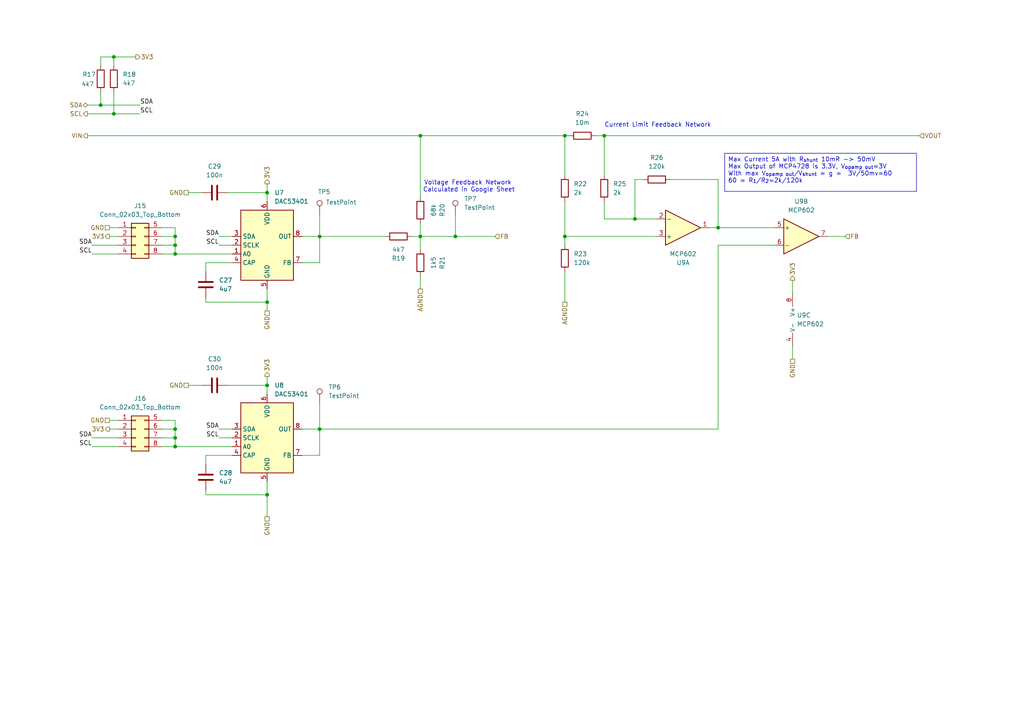
<source format=kicad_sch>
(kicad_sch (version 20250114) (generator "eeschema") (generator_version "9.0")
  (paper "A4")
  (lib_symbols
    (symbol "Amplifier_Operational:MCP602" (pin_names (offset 0.127))
      (property "Reference" "U" (at 0 5.08 0))
      (property "Value" "MCP602" (at 0 -5.08 0))
      (symbol "MCP602_1_1"
        (polyline (pts (xy -5.08 5.08) (xy 5.08 0) (xy -5.08 -5.08) (xy -5.08 5.08)) (stroke (width 0.254)) (fill (type background)))
        (pin input line (at -7.62 2.54 0) (length 2.54) (name "+") (number "3"))
        (pin input line (at -7.62 -2.54 0) (length 2.54) (name "-") (number "2"))
        (pin output line (at 7.62 0 180) (length 2.54) (name "~") (number "1"))
      )
      (symbol "MCP602_2_1"
        (polyline (pts (xy -5.08 5.08) (xy 5.08 0) (xy -5.08 -5.08) (xy -5.08 5.08)) (stroke (width 0.254)) (fill (type background)))
        (pin input line (at -7.62 2.54 0) (length 2.54) (name "+") (number "5"))
        (pin input line (at -7.62 -2.54 0) (length 2.54) (name "-") (number "6"))
        (pin output line (at 7.62 0 180) (length 2.54) (name "~") (number "7"))
      )
      (symbol "MCP602_3_1"
        (pin power_in line (at -2.54 7.62 270) (length 3.81) (name "V+") (number "8"))
        (pin power_in line (at -2.54 -7.62 90) (length 3.81) (name "V-") (number "4"))
      )
    )
    (symbol "Connector:TestPoint" (pin_numbers (hide yes)) (pin_names (offset 0.762) (hide yes))
      (property "Reference" "TP" (at 0 6.858 0))
      (property "Value" "TestPoint" (at 0 5.08 0))
      (symbol "TestPoint_0_1"
        (circle (center 0 3.302) (radius 0.762))
      )
      (symbol "TestPoint_1_1"
        (pin passive line (at 0 0 90) (length 2.54) (name "1") (number "1"))
      )
    )
    (symbol "Connector_Generic:Conn_02x04_Top_Bottom" (pin_names (offset 1.016) (hide yes))
      (property "Reference" "J" (at 1.27 5.08 0))
      (property "Value" "Conn_02x04_Top_Bottom" (at 1.27 -7.62 0))
      (symbol "Conn_02x04_Top_Bottom_1_1"
        (rectangle (start -1.27 3.81) (end 3.81 -6.35) (stroke (width 0.254)) (fill (type background)))
        (rectangle (start -1.27 2.667) (end 0 2.413) (stroke (width 0.1524)))
        (rectangle (start -1.27 0.127) (end 0 -0.127) (stroke (width 0.1524)))
        (rectangle (start -1.27 -2.413) (end 0 -2.667) (stroke (width 0.1524)))
        (rectangle (start -1.27 -4.953) (end 0 -5.207) (stroke (width 0.1524)))
        (rectangle (start 3.81 2.667) (end 2.54 2.413) (stroke (width 0.1524)))
        (rectangle (start 3.81 0.127) (end 2.54 -0.127) (stroke (width 0.1524)))
        (rectangle (start 3.81 -2.413) (end 2.54 -2.667) (stroke (width 0.1524)))
        (rectangle (start 3.81 -4.953) (end 2.54 -5.207) (stroke (width 0.1524)))
        (pin passive line (at -5.08 2.54 0) (length 3.81) (name "Pin_1") (number "1"))
        (pin passive line (at -5.08 0 0) (length 3.81) (name "Pin_2") (number "2"))
        (pin passive line (at -5.08 -2.54 0) (length 3.81) (name "Pin_3") (number "3"))
        (pin passive line (at -5.08 -5.08 0) (length 3.81) (name "Pin_4") (number "4"))
        (pin passive line (at 7.62 2.54 180) (length 3.81) (name "Pin_5") (number "5"))
        (pin passive line (at 7.62 0 180) (length 3.81) (name "Pin_6") (number "6"))
        (pin passive line (at 7.62 -2.54 180) (length 3.81) (name "Pin_7") (number "7"))
        (pin passive line (at 7.62 -5.08 180) (length 3.81) (name "Pin_8") (number "8"))
      )
    )
    (symbol "Device:C" (pin_numbers (hide yes)) (pin_names (offset 0.254))
      (property "Reference" "C" (at 0.635 2.54 0))
      (property "Value" "C" (at 0.635 -2.54 0))
      (symbol "C_0_1"
        (polyline (pts (xy -2.032 0.762) (xy 2.032 0.762)) (stroke (width 0.508)))
        (polyline (pts (xy -2.032 -0.762) (xy 2.032 -0.762)) (stroke (width 0.508)))
      )
      (symbol "C_1_1"
        (pin passive line (at 0 3.81 270) (length 2.794) (name "~") (number "1"))
        (pin passive line (at 0 -3.81 90) (length 2.794) (name "~") (number "2"))
      )
    )
    (symbol "Device:R" (pin_numbers (hide yes)) (pin_names (offset 0))
      (property "Reference" "R" (at 2.032 0 90))
      (property "Value" "R" (at 0 0 90))
      (symbol "R_0_1"
        (rectangle (start -1.016 -2.54) (end 1.016 2.54) (stroke (width 0.254)))
      )
      (symbol "R_1_1"
        (pin passive line (at 0 3.81 270) (length 1.27) (name "~") (number "1"))
        (pin passive line (at 0 -3.81 90) (length 1.27) (name "~") (number "2"))
      )
    )
    (symbol "Prj_DAC:DAC53401"
      (property "Reference" "U" (at -2.54 1.27 0))
      (property "Value" "DAC53401" (at -2.54 1.27 0))
      (symbol "DAC53401_0_1"
        (rectangle (start -7.62 0) (end 7.62 -20.32) (stroke (width 0.254)) (fill (type background)))
      )
      (symbol "DAC53401_1_1"
        (pin input line (at -10.16 -7.62 0) (length 2.54) (name "SDA") (number "3"))
        (pin input line (at -10.16 -10.16 0) (length 2.54) (name "SCLK") (number "2"))
        (pin input line (at -10.16 -12.7 0) (length 2.54) (name "A0") (number "1"))
        (pin power_in line (at -10.16 -15.24 0) (length 2.54) (name "CAP") (number "4"))
        (pin power_in line (at 0 2.54 270) (length 2.54) (name "VDD") (number "6"))
        (pin power_in line (at 0 -22.86 90) (length 2.54) (name "GND") (number "5"))
        (pin output line (at 10.16 -7.62 180) (length 2.54) (name "OUT") (number "8"))
        (pin input line (at 10.16 -15.24 180) (length 2.54) (name "FB") (number "7"))
      )
    )
  )
  (text "Current Limit Feedback Network " (at 207.264 36.322 0) (effects (font (size 1.27 1.27)) (justify right)))
  (text "Voltage Feedback Network \nCalculated in Google Sheet" (at 149.352 54.102 0) (effects (font (size 1.27 1.27)) (justify right)))
  (text_box "Max Current 5A with R_{shunt} 10mR -> 50mV \nMax Output of MCP4728 is 3.3V, V_{opamp out}=3V\nWith max V_{opamp out}/V_{shunt} = g =  3V/50mv=60\n60 = R_{1}/R_{2}=2k/120k\n" (at 210.185 44.45 0) (size 55.626 11.049) (margins 0.9525 0.9525 0.9525 0.9525) (effects (font (size 1.27 1.27)) (justify left top)))
  (junction (at 175.26 39.37))
  (junction (at 50.8 71.12))
  (junction (at 50.8 129.54))
  (junction (at 77.47 55.88))
  (junction (at 29.21 30.48))
  (junction (at 50.8 127))
  (junction (at 163.83 68.58))
  (junction (at 50.8 124.46))
  (junction (at 77.47 111.76))
  (junction (at 33.02 16.51))
  (junction (at 77.47 87.63))
  (junction (at 33.02 33.02))
  (junction (at 50.8 68.58))
  (junction (at 77.47 143.51))
  (junction (at 92.71 68.58))
  (junction (at 121.92 39.37))
  (junction (at 121.92 68.58))
  (junction (at 163.83 39.37))
  (junction (at 208.28 66.04))
  (junction (at 132.08 68.58))
  (junction (at 92.71 124.46))
  (junction (at 184.15 63.5))
  (junction (at 50.8 73.66))
  (wire (pts (xy 121.92 39.37) (xy 163.83 39.37)))
  (wire (pts (xy 59.69 76.2) (xy 67.31 76.2)))
  (wire (pts (xy 175.26 58.42) (xy 175.26 63.5)))
  (wire (pts (xy 50.8 68.58) (xy 50.8 71.12)))
  (wire (pts (xy 31.75 68.58) (xy 34.29 68.58)))
  (wire (pts (xy 132.08 68.58) (xy 143.51 68.58)))
  (wire (pts (xy 208.28 124.46) (xy 208.28 71.12)))
  (wire (pts (xy 92.71 76.2) (xy 92.71 68.58)))
  (wire (pts (xy 66.04 111.76) (xy 77.47 111.76)))
  (wire (pts (xy 63.5 127) (xy 67.31 127)))
  (wire (pts (xy 119.38 68.58) (xy 121.92 68.58)))
  (wire (pts (xy 229.87 100.33) (xy 229.87 104.14)))
  (wire (pts (xy 184.15 63.5) (xy 190.5 63.5)))
  (wire (pts (xy 77.47 143.51) (xy 77.47 149.86)))
  (wire (pts (xy 26.67 73.66) (xy 34.29 73.66)))
  (wire (pts (xy 54.61 111.76) (xy 58.42 111.76)))
  (wire (pts (xy 46.99 121.92) (xy 50.8 121.92)))
  (wire (pts (xy 77.47 83.82) (xy 77.47 87.63)))
  (wire (pts (xy 33.02 33.02) (xy 40.64 33.02)))
  (wire (pts (xy 77.47 111.76) (xy 77.47 114.3)))
  (wire (pts (xy 46.99 68.58) (xy 50.8 68.58)))
  (wire (pts (xy 33.02 26.67) (xy 33.02 33.02)))
  (wire (pts (xy 163.83 39.37) (xy 165.1 39.37)))
  (wire (pts (xy 77.47 139.7) (xy 77.47 143.51)))
  (wire (pts (xy 92.71 116.84) (xy 92.71 124.46)))
  (wire (pts (xy 66.04 55.88) (xy 77.47 55.88)))
  (wire (pts (xy 63.5 68.58) (xy 67.31 68.58)))
  (wire (pts (xy 163.83 78.74) (xy 163.83 87.63)))
  (wire (pts (xy 175.26 63.5) (xy 184.15 63.5)))
  (wire (pts (xy 59.69 134.62) (xy 59.69 132.08)))
  (wire (pts (xy 31.75 124.46) (xy 34.29 124.46)))
  (wire (pts (xy 59.69 86.36) (xy 59.69 87.63)))
  (wire (pts (xy 31.75 66.04) (xy 34.29 66.04)))
  (wire (pts (xy 121.92 39.37) (xy 121.92 57.15)))
  (wire (pts (xy 26.67 71.12) (xy 34.29 71.12)))
  (wire (pts (xy 33.02 16.51) (xy 39.37 16.51)))
  (wire (pts (xy 29.21 30.48) (xy 40.64 30.48)))
  (wire (pts (xy 121.92 64.77) (xy 121.92 68.58)))
  (wire (pts (xy 59.69 78.74) (xy 59.69 76.2)))
  (wire (pts (xy 46.99 127) (xy 50.8 127)))
  (wire (pts (xy 50.8 124.46) (xy 50.8 127)))
  (wire (pts (xy 50.8 121.92) (xy 50.8 124.46)))
  (wire (pts (xy 184.15 52.07) (xy 184.15 63.5)))
  (wire (pts (xy 59.69 142.24) (xy 59.69 143.51)))
  (wire (pts (xy 46.99 129.54) (xy 50.8 129.54)))
  (wire (pts (xy 208.28 71.12) (xy 224.79 71.12)))
  (wire (pts (xy 46.99 73.66) (xy 50.8 73.66)))
  (wire (pts (xy 50.8 66.04) (xy 50.8 68.58)))
  (wire (pts (xy 46.99 66.04) (xy 50.8 66.04)))
  (wire (pts (xy 63.5 71.12) (xy 67.31 71.12)))
  (wire (pts (xy 205.74 66.04) (xy 208.28 66.04)))
  (wire (pts (xy 132.08 62.23) (xy 132.08 68.58)))
  (wire (pts (xy 50.8 71.12) (xy 50.8 73.66)))
  (wire (pts (xy 87.63 76.2) (xy 92.71 76.2)))
  (wire (pts (xy 87.63 132.08) (xy 92.71 132.08)))
  (wire (pts (xy 208.28 52.07) (xy 208.28 66.04)))
  (wire (pts (xy 25.4 39.37) (xy 121.92 39.37)))
  (wire (pts (xy 50.8 127) (xy 50.8 129.54)))
  (wire (pts (xy 59.69 143.51) (xy 77.47 143.51)))
  (wire (pts (xy 194.31 52.07) (xy 208.28 52.07)))
  (wire (pts (xy 229.87 81.28) (xy 229.87 85.09)))
  (wire (pts (xy 92.71 124.46) (xy 208.28 124.46)))
  (wire (pts (xy 63.5 124.46) (xy 67.31 124.46)))
  (wire (pts (xy 59.69 132.08) (xy 67.31 132.08)))
  (wire (pts (xy 29.21 19.05) (xy 29.21 16.51)))
  (wire (pts (xy 33.02 19.05) (xy 33.02 16.51)))
  (wire (pts (xy 46.99 124.46) (xy 50.8 124.46)))
  (wire (pts (xy 172.72 39.37) (xy 175.26 39.37)))
  (wire (pts (xy 175.26 39.37) (xy 175.26 50.8)))
  (wire (pts (xy 26.67 127) (xy 34.29 127)))
  (wire (pts (xy 92.71 132.08) (xy 92.71 124.46)))
  (wire (pts (xy 92.71 68.58) (xy 111.76 68.58)))
  (wire (pts (xy 59.69 87.63) (xy 77.47 87.63)))
  (wire (pts (xy 92.71 62.23) (xy 92.71 68.58)))
  (wire (pts (xy 25.4 33.02) (xy 33.02 33.02)))
  (wire (pts (xy 31.75 121.92) (xy 34.29 121.92)))
  (wire (pts (xy 50.8 129.54) (xy 67.31 129.54)))
  (wire (pts (xy 54.61 55.88) (xy 58.42 55.88)))
  (wire (pts (xy 175.26 39.37) (xy 266.7 39.37)))
  (wire (pts (xy 50.8 73.66) (xy 67.31 73.66)))
  (wire (pts (xy 240.03 68.58) (xy 245.11 68.58)))
  (wire (pts (xy 26.67 129.54) (xy 34.29 129.54)))
  (wire (pts (xy 163.83 39.37) (xy 163.83 50.8)))
  (wire (pts (xy 121.92 68.58) (xy 132.08 68.58)))
  (wire (pts (xy 121.92 68.58) (xy 121.92 72.39)))
  (wire (pts (xy 77.47 55.88) (xy 77.47 58.42)))
  (wire (pts (xy 87.63 68.58) (xy 92.71 68.58)))
  (wire (pts (xy 77.47 109.22) (xy 77.47 111.76)))
  (wire (pts (xy 121.92 80.01) (xy 121.92 83.82)))
  (wire (pts (xy 87.63 124.46) (xy 92.71 124.46)))
  (wire (pts (xy 77.47 87.63) (xy 77.47 90.17)))
  (wire (pts (xy 163.83 58.42) (xy 163.83 68.58)))
  (wire (pts (xy 208.28 66.04) (xy 224.79 66.04)))
  (wire (pts (xy 190.5 68.58) (xy 163.83 68.58)))
  (wire (pts (xy 77.47 53.34) (xy 77.47 55.88)))
  (wire (pts (xy 186.69 52.07) (xy 184.15 52.07)))
  (wire (pts (xy 29.21 16.51) (xy 33.02 16.51)))
  (wire (pts (xy 29.21 26.67) (xy 29.21 30.48)))
  (wire (pts (xy 25.4 30.48) (xy 29.21 30.48)))
  (wire (pts (xy 163.83 68.58) (xy 163.83 71.12)))
  (wire (pts (xy 46.99 71.12) (xy 50.8 71.12)))
  (label "SDA" (at 40.64 30.48 0))
  (label "SDA" (at 63.5 68.58 180))
  (label "SCL" (at 63.5 127 180))
  (label "SDA" (at 63.5 124.46 180))
  (label "SCL" (at 26.67 73.66 180))
  (label "SDA" (at 26.67 127 180))
  (label "SCL" (at 26.67 129.54 180))
  (label "SCL" (at 63.5 71.12 180))
  (label "SDA" (at 26.67 71.12 180))
  (label "SCL" (at 40.64 33.02 0))
  (hierarchical_label "3V3" (shape output) (at 39.37 16.51 0))
  (hierarchical_label "VIN" (shape output) (at 25.4 39.37 180))
  (hierarchical_label "GND" (shape passive) (at 54.61 55.88 180))
  (hierarchical_label "GND" (shape passive) (at 54.61 111.76 180))
  (hierarchical_label "GND" (shape passive) (at 77.47 90.17 270))
  (hierarchical_label "VOUT" (shape input) (at 266.7 39.37 0))
  (hierarchical_label "3V3" (shape output) (at 77.47 53.34 90))
  (hierarchical_label "FB" (shape input) (at 245.11 68.58 0))
  (hierarchical_label "GND" (shape passive) (at 77.47 149.86 270))
  (hierarchical_label "3V3" (shape output) (at 77.47 109.22 90))
  (hierarchical_label "SDA" (shape bidirectional) (at 25.4 30.48 180))
  (hierarchical_label "GND" (shape passive) (at 31.75 121.92 180))
  (hierarchical_label "AGND" (shape passive) (at 163.83 87.63 270))
  (hierarchical_label "GND" (shape passive) (at 31.75 66.04 180))
  (hierarchical_label "AGND" (shape passive) (at 121.92 83.82 270))
  (hierarchical_label "3V3" (shape output) (at 229.87 81.28 90))
  (hierarchical_label "3V3" (shape output) (at 31.75 124.46 180))
  (hierarchical_label "GND" (shape passive) (at 229.87 104.14 270))
  (hierarchical_label "3V3" (shape output) (at 31.75 68.58 180))
  (hierarchical_label "SCL" (shape output) (at 25.4 33.02 180))
  (hierarchical_label "FB" (shape input) (at 143.51 68.58 0))
  (symbol (lib_id "Device:R") (at 29.21 22.86 0) (unit 1)
    (property "Reference" "R17" (at 23.876 21.59 0) (effects (justify left)))
    (property "Value" "4k7" (at 23.622 24.384 0) (effects (justify left)))
    (property "Description" "Resistor" (effects (hide yes)))
  )
  (symbol (lib_id "Amplifier_Operational:MCP602") (at 232.41 92.71 0) (unit 3)
    (property "Reference" "U9" (at 231.14 91.4399 0) (effects (justify left)))
    (property "Value" "MCP602" (at 231.14 93.9799 0) (effects (justify left)))
    (property "Datasheet" "http://ww1.microchip.com/downloads/en/DeviceDoc/21314g.pdf" (effects (hide yes)))
    (property "Description" "Dual 2.7V to 6.0V Single Supply CMOS Op Amps, DIP-8/SOIC-8/TSSOP-8" (effects (hide yes)))
  )
  (symbol (lib_id "Connector_Generic:Conn_02x04_Top_Bottom") (at 39.37 124.46 0) (unit 1)
    (property "Reference" "J16" (at 40.64 115.57 0))
    (property "Value" "Conn_02x03_Top_Bottom" (at 40.64 118.11 0))
    (property "Description" "Generic connector, double row, 02x04, top/bottom pin numbering scheme (row 1: 1...pins_per_row, row2: pins_per_row+1 ... num_pins), script generated (kicad-library-utils/schlib/autogen/connector/)" (effects (hide yes)))
  )
  (symbol (lib_id "Prj_DAC:DAC53401") (at 77.47 116.84 0) (unit 1)
    (property "Reference" "U8" (at 79.6133 111.76 0) (effects (justify left)))
    (property "Value" "DAC53401" (at 79.6133 114.3 0) (effects (justify left)))
    (property "Footprint" "Package_SON:WSON-8-1EP_2x2mm_P0.5mm_EP0.9x1.6mm" (effects (hide yes)))
  )
  (symbol (lib_id "Device:R") (at 121.92 60.96 0) (mirror y) (unit 1)
    (property "Reference" "R20" (at 128.27 60.96 90))
    (property "Value" "68k" (at 125.73 60.96 90))
    (property "Description" "Resistor" (effects (hide yes)))
  )
  (symbol (lib_id "Device:C") (at 59.69 138.43 0) (unit 1)
    (property "Reference" "C28" (at 63.5 137.1599 0) (effects (justify left)))
    (property "Value" "4u7" (at 63.5 139.6999 0) (effects (justify left)))
    (property "Description" "Unpolarized capacitor" (effects (hide yes)))
  )
  (symbol (lib_id "Device:C") (at 59.69 82.55 0) (unit 1)
    (property "Reference" "C27" (at 63.5 81.2799 0) (effects (justify left)))
    (property "Value" "4u7" (at 63.5 83.8199 0) (effects (justify left)))
    (property "Description" "Unpolarized capacitor" (effects (hide yes)))
  )
  (symbol (lib_id "Prj_DAC:DAC53401") (at 77.47 60.96 0) (unit 1)
    (property "Reference" "U7" (at 79.6133 55.88 0) (effects (justify left)))
    (property "Value" "DAC53401" (at 79.6133 58.42 0) (effects (justify left)))
    (property "Footprint" "Package_SON:WSON-8-1EP_2x2mm_P0.5mm_EP0.9x1.6mm" (effects (hide yes)))
  )
  (symbol (lib_id "Device:R") (at 190.5 52.07 90) (unit 1)
    (property "Reference" "R26" (at 190.5 45.72 90))
    (property "Value" "120k" (at 190.5 48.26 90))
    (property "Description" "Resistor" (effects (hide yes)))
  )
  (symbol (lib_id "Device:R") (at 33.02 22.86 0) (unit 1)
    (property "Reference" "R18" (at 35.56 21.5899 0) (effects (justify left)))
    (property "Value" "4k7" (at 35.56 24.1299 0) (effects (justify left)))
    (property "Description" "Resistor" (effects (hide yes)))
  )
  (symbol (lib_id "Connector:TestPoint") (at 132.08 62.23 0) (unit 1)
    (property "Reference" "TP7" (at 134.62 57.6579 0) (effects (justify left)))
    (property "Value" "TestPoint" (at 134.62 60.1979 0) (effects (justify left)))
    (property "Description" "test point" (effects (hide yes)))
  )
  (symbol (lib_id "Device:C") (at 62.23 55.88 270) (unit 1)
    (property "Reference" "C29" (at 62.23 48.26 90))
    (property "Value" "100n" (at 62.23 50.8 90))
    (property "Description" "Unpolarized capacitor" (effects (hide yes)))
  )
  (symbol (lib_id "Amplifier_Operational:MCP602") (at 198.12 66.04 0) (mirror x) (unit 1)
    (property "Reference" "U9" (at 198.12 76.2 0))
    (property "Value" "MCP602" (at 198.12 73.66 0))
    (property "Datasheet" "http://ww1.microchip.com/downloads/en/DeviceDoc/21314g.pdf" (effects (hide yes)))
    (property "Description" "Dual 2.7V to 6.0V Single Supply CMOS Op Amps, DIP-8/SOIC-8/TSSOP-8" (effects (hide yes)))
  )
  (symbol (lib_id "Amplifier_Operational:MCP602") (at 232.41 68.58 0) (unit 2)
    (property "Reference" "U9" (at 232.41 58.42 0))
    (property "Value" "MCP602" (at 232.41 60.96 0))
    (property "Datasheet" "http://ww1.microchip.com/downloads/en/DeviceDoc/21314g.pdf" (effects (hide yes)))
    (property "Description" "Dual 2.7V to 6.0V Single Supply CMOS Op Amps, DIP-8/SOIC-8/TSSOP-8" (effects (hide yes)))
  )
  (symbol (lib_id "Device:R") (at 121.92 76.2 0) (mirror y) (unit 1)
    (property "Reference" "R21" (at 128.27 76.2 90))
    (property "Value" "1k5" (at 125.73 76.2 90))
    (property "Description" "Resistor" (effects (hide yes)))
  )
  (symbol (lib_id "Device:R") (at 175.26 54.61 0) (unit 1)
    (property "Reference" "R25" (at 177.8 53.3399 0) (effects (justify left)))
    (property "Value" "2k" (at 177.8 55.8799 0) (effects (justify left)))
    (property "Description" "Resistor" (effects (hide yes)))
  )
  (symbol (lib_id "Device:R") (at 168.91 39.37 90) (unit 1)
    (property "Reference" "R24" (at 168.91 33.02 90))
    (property "Value" "10m" (at 168.91 35.56 90))
    (property "Description" "Resistor" (effects (hide yes)))
  )
  (symbol (lib_id "Device:R") (at 163.83 74.93 180) (unit 1)
    (property "Reference" "R23" (at 166.37 73.6599 0) (effects (justify right)))
    (property "Value" "120k" (at 166.37 76.1999 0) (effects (justify right)))
    (property "Description" "Resistor" (effects (hide yes)))
  )
  (symbol (lib_id "Device:R") (at 163.83 54.61 0) (unit 1)
    (property "Reference" "R22" (at 166.37 53.3399 0) (effects (justify left)))
    (property "Value" "2k" (at 166.37 55.8799 0) (effects (justify left)))
    (property "Description" "Resistor" (effects (hide yes)))
  )
  (symbol (lib_id "Device:R") (at 115.57 68.58 270) (mirror x) (unit 1)
    (property "Reference" "R19" (at 115.57 74.93 90))
    (property "Value" "4k7" (at 115.57 72.39 90))
    (property "Description" "Resistor" (effects (hide yes)))
  )
  (symbol (lib_id "Device:C") (at 62.23 111.76 270) (unit 1)
    (property "Reference" "C30" (at 62.23 104.14 90))
    (property "Value" "100n" (at 62.23 106.68 90))
    (property "Description" "Unpolarized capacitor" (effects (hide yes)))
  )
  (symbol (lib_id "Connector:TestPoint") (at 92.71 116.84 0) (unit 1)
    (property "Reference" "TP6" (at 95.25 112.2679 0) (effects (justify left)))
    (property "Value" "TestPoint" (at 95.25 114.8079 0) (effects (justify left)))
    (property "Description" "test point" (effects (hide yes)))
  )
  (symbol (lib_id "Connector_Generic:Conn_02x04_Top_Bottom") (at 39.37 68.58 0) (unit 1)
    (property "Reference" "J15" (at 40.64 59.69 0))
    (property "Value" "Conn_02x03_Top_Bottom" (at 40.64 62.23 0))
    (property "Description" "Generic connector, double row, 02x04, top/bottom pin numbering scheme (row 1: 1...pins_per_row, row2: pins_per_row+1 ... num_pins), script generated (kicad-library-utils/schlib/autogen/connector/)" (effects (hide yes)))
  )
  (symbol (lib_id "Connector:TestPoint") (at 92.71 62.23 0) (unit 1)
    (property "Reference" "TP5" (at 92.202 55.626 0) (effects (justify left)))
    (property "Value" "TestPoint" (at 94.488 58.674 0) (effects (justify left)))
    (property "Description" "test point" (effects (hide yes)))
  )
)
</source>
